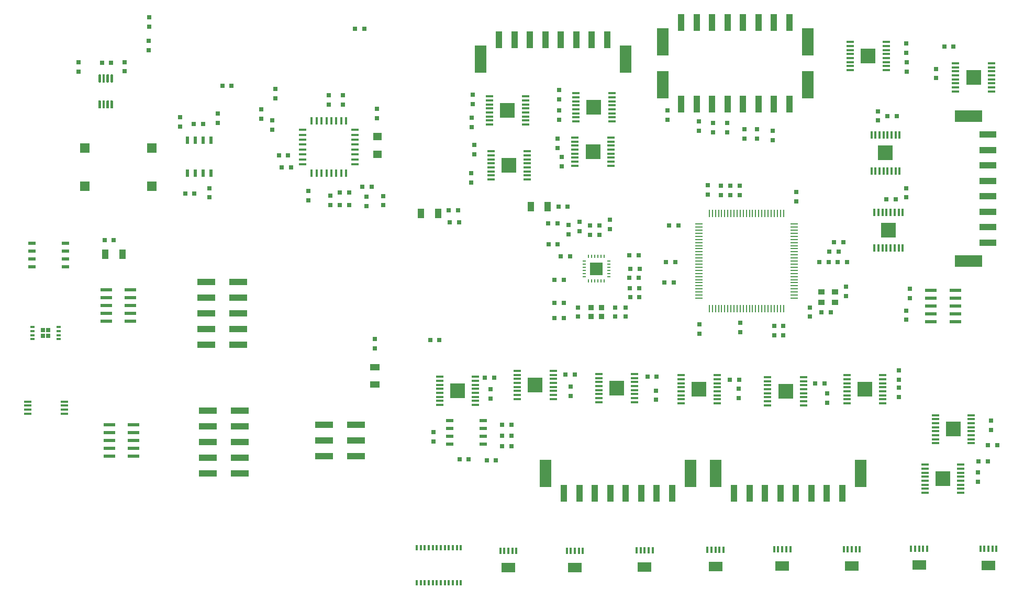
<source format=gtp>
G04 #@! TF.GenerationSoftware,KiCad,Pcbnew,5.1.5-52549c5~86~ubuntu18.04.1*
G04 #@! TF.CreationDate,2020-12-07T22:29:05-08:00*
G04 #@! TF.ProjectId,multiple_PCBs,6d756c74-6970-46c6-955f-504342732e6b,rev?*
G04 #@! TF.SameCoordinates,Original*
G04 #@! TF.FileFunction,Paste,Top*
G04 #@! TF.FilePolarity,Positive*
%FSLAX46Y46*%
G04 Gerber Fmt 4.6, Leading zero omitted, Abs format (unit mm)*
G04 Created by KiCad (PCBNEW 5.1.5-52549c5~86~ubuntu18.04.1) date 2020-12-07 22:29:05*
%MOMM*%
%LPD*%
G04 APERTURE LIST*
%ADD10R,1.240000X0.480000*%
%ADD11R,1.160000X0.360000*%
%ADD12R,0.660000X0.760000*%
%ADD13R,0.712000X0.336000*%
%ADD14R,1.920000X0.608000*%
%ADD15R,2.848000X1.016000*%
%ADD16R,1.000000X1.600000*%
%ADD17R,1.600000X1.000000*%
%ADD18R,0.719328X0.800608*%
%ADD19R,0.800608X0.719328*%
%ADD20C,0.050000*%
%ADD21R,0.800000X0.720000*%
%ADD22R,0.720000X0.800000*%
%ADD23R,0.480000X1.240000*%
%ADD24R,1.440688X1.278128*%
%ADD25R,1.599184X1.599184*%
%ADD26R,0.440000X1.280000*%
%ADD27R,1.280000X0.440000*%
%ADD28R,0.640000X0.800000*%
%ADD29R,1.200000X0.360000*%
%ADD30R,2.400000X2.400000*%
%ADD31R,0.360000X1.200000*%
%ADD32R,1.999488X1.999488*%
%ADD33O,0.640080X0.199136*%
%ADD34O,0.199136X0.640080*%
%ADD35R,1.120000X0.960000*%
%ADD36R,0.960000X0.880000*%
%ADD37R,1.200000X0.240000*%
%ADD38R,0.240000X1.200000*%
%ADD39R,1.120000X2.720000*%
%ADD40R,1.840000X4.480000*%
%ADD41R,2.720000X1.120000*%
%ADD42R,4.480000X1.840000*%
%ADD43R,0.320000X1.080000*%
%ADD44R,2.320000X1.520000*%
%ADD45R,0.320000X0.880000*%
G04 APERTURE END LIST*
D10*
X141700000Y-97895000D03*
X141700000Y-99165000D03*
X141700000Y-100435000D03*
X141700000Y-101705000D03*
X147100000Y-101705000D03*
X147100000Y-100435000D03*
X147100000Y-99165000D03*
X147100000Y-97895000D03*
D11*
X146968000Y-123485000D03*
X146968000Y-124135000D03*
X146968000Y-124785000D03*
X146968000Y-125435000D03*
X141068000Y-125435000D03*
X141068000Y-124785000D03*
X141068000Y-124135000D03*
X141068000Y-123485000D03*
D12*
X144320000Y-111930000D03*
X143480000Y-111930000D03*
X143480000Y-112870000D03*
X144320000Y-112870000D03*
D13*
X146005000Y-111425000D03*
X146005000Y-112075000D03*
X146005000Y-112725000D03*
X146005000Y-113375000D03*
X141795000Y-113375000D03*
X141795000Y-112725000D03*
X141795000Y-112075000D03*
X141795000Y-111425000D03*
D14*
X157652000Y-109220000D03*
X157652000Y-110490000D03*
X153752000Y-110490000D03*
X153752000Y-109220000D03*
X153752000Y-105410000D03*
X153752000Y-106680000D03*
X153752000Y-107950000D03*
X157652000Y-107950000D03*
X157652000Y-106680000D03*
X157652000Y-105410000D03*
X158160000Y-127254000D03*
X158160000Y-128524000D03*
X158160000Y-129794000D03*
X154260000Y-129794000D03*
X154260000Y-128524000D03*
X154260000Y-127254000D03*
X154260000Y-131064000D03*
X154260000Y-132334000D03*
X158160000Y-132334000D03*
X158160000Y-131064000D03*
D15*
X175325000Y-124968000D03*
X175325000Y-127508000D03*
X175325000Y-130048000D03*
X170115000Y-130048000D03*
X170115000Y-127508000D03*
X170115000Y-124968000D03*
X170115000Y-132608000D03*
X170115000Y-135148000D03*
X175325000Y-135148000D03*
X175325000Y-132608000D03*
X175071000Y-111780000D03*
X175071000Y-114320000D03*
X169861000Y-114320000D03*
X169861000Y-111780000D03*
X169861000Y-104140000D03*
X169861000Y-106680000D03*
X169861000Y-109220000D03*
X175071000Y-109220000D03*
X175071000Y-106680000D03*
X175071000Y-104140000D03*
X194121000Y-132354000D03*
X188911000Y-132354000D03*
X188911000Y-127254000D03*
X188911000Y-129794000D03*
X194121000Y-129794000D03*
X194121000Y-127254000D03*
D16*
X153581000Y-99648000D03*
X156331000Y-99648000D03*
D17*
X197196000Y-117963000D03*
X197196000Y-120713000D03*
D18*
X153444160Y-97338000D03*
X154947840Y-97338000D03*
D19*
X197196000Y-114841680D03*
X197196000Y-113338000D03*
D20*
G36*
X152774802Y-74758982D02*
G01*
X152784509Y-74760421D01*
X152794028Y-74762806D01*
X152803268Y-74766112D01*
X152812140Y-74770308D01*
X152820557Y-74775353D01*
X152828439Y-74781199D01*
X152835711Y-74787789D01*
X152842301Y-74795061D01*
X152848147Y-74802943D01*
X152853192Y-74811360D01*
X152857388Y-74820232D01*
X152860694Y-74829472D01*
X152863079Y-74838991D01*
X152864518Y-74848698D01*
X152865000Y-74858500D01*
X152865000Y-75958500D01*
X152864518Y-75968302D01*
X152863079Y-75978009D01*
X152860694Y-75987528D01*
X152857388Y-75996768D01*
X152853192Y-76005640D01*
X152848147Y-76014057D01*
X152842301Y-76021939D01*
X152835711Y-76029211D01*
X152828439Y-76035801D01*
X152820557Y-76041647D01*
X152812140Y-76046692D01*
X152803268Y-76050888D01*
X152794028Y-76054194D01*
X152784509Y-76056579D01*
X152774802Y-76058018D01*
X152765000Y-76058500D01*
X152565000Y-76058500D01*
X152555198Y-76058018D01*
X152545491Y-76056579D01*
X152535972Y-76054194D01*
X152526732Y-76050888D01*
X152517860Y-76046692D01*
X152509443Y-76041647D01*
X152501561Y-76035801D01*
X152494289Y-76029211D01*
X152487699Y-76021939D01*
X152481853Y-76014057D01*
X152476808Y-76005640D01*
X152472612Y-75996768D01*
X152469306Y-75987528D01*
X152466921Y-75978009D01*
X152465482Y-75968302D01*
X152465000Y-75958500D01*
X152465000Y-74858500D01*
X152465482Y-74848698D01*
X152466921Y-74838991D01*
X152469306Y-74829472D01*
X152472612Y-74820232D01*
X152476808Y-74811360D01*
X152481853Y-74802943D01*
X152487699Y-74795061D01*
X152494289Y-74787789D01*
X152501561Y-74781199D01*
X152509443Y-74775353D01*
X152517860Y-74770308D01*
X152526732Y-74766112D01*
X152535972Y-74762806D01*
X152545491Y-74760421D01*
X152555198Y-74758982D01*
X152565000Y-74758500D01*
X152765000Y-74758500D01*
X152774802Y-74758982D01*
G37*
G36*
X153424802Y-74758982D02*
G01*
X153434509Y-74760421D01*
X153444028Y-74762806D01*
X153453268Y-74766112D01*
X153462140Y-74770308D01*
X153470557Y-74775353D01*
X153478439Y-74781199D01*
X153485711Y-74787789D01*
X153492301Y-74795061D01*
X153498147Y-74802943D01*
X153503192Y-74811360D01*
X153507388Y-74820232D01*
X153510694Y-74829472D01*
X153513079Y-74838991D01*
X153514518Y-74848698D01*
X153515000Y-74858500D01*
X153515000Y-75958500D01*
X153514518Y-75968302D01*
X153513079Y-75978009D01*
X153510694Y-75987528D01*
X153507388Y-75996768D01*
X153503192Y-76005640D01*
X153498147Y-76014057D01*
X153492301Y-76021939D01*
X153485711Y-76029211D01*
X153478439Y-76035801D01*
X153470557Y-76041647D01*
X153462140Y-76046692D01*
X153453268Y-76050888D01*
X153444028Y-76054194D01*
X153434509Y-76056579D01*
X153424802Y-76058018D01*
X153415000Y-76058500D01*
X153215000Y-76058500D01*
X153205198Y-76058018D01*
X153195491Y-76056579D01*
X153185972Y-76054194D01*
X153176732Y-76050888D01*
X153167860Y-76046692D01*
X153159443Y-76041647D01*
X153151561Y-76035801D01*
X153144289Y-76029211D01*
X153137699Y-76021939D01*
X153131853Y-76014057D01*
X153126808Y-76005640D01*
X153122612Y-75996768D01*
X153119306Y-75987528D01*
X153116921Y-75978009D01*
X153115482Y-75968302D01*
X153115000Y-75958500D01*
X153115000Y-74858500D01*
X153115482Y-74848698D01*
X153116921Y-74838991D01*
X153119306Y-74829472D01*
X153122612Y-74820232D01*
X153126808Y-74811360D01*
X153131853Y-74802943D01*
X153137699Y-74795061D01*
X153144289Y-74787789D01*
X153151561Y-74781199D01*
X153159443Y-74775353D01*
X153167860Y-74770308D01*
X153176732Y-74766112D01*
X153185972Y-74762806D01*
X153195491Y-74760421D01*
X153205198Y-74758982D01*
X153215000Y-74758500D01*
X153415000Y-74758500D01*
X153424802Y-74758982D01*
G37*
G36*
X154074802Y-74758982D02*
G01*
X154084509Y-74760421D01*
X154094028Y-74762806D01*
X154103268Y-74766112D01*
X154112140Y-74770308D01*
X154120557Y-74775353D01*
X154128439Y-74781199D01*
X154135711Y-74787789D01*
X154142301Y-74795061D01*
X154148147Y-74802943D01*
X154153192Y-74811360D01*
X154157388Y-74820232D01*
X154160694Y-74829472D01*
X154163079Y-74838991D01*
X154164518Y-74848698D01*
X154165000Y-74858500D01*
X154165000Y-75958500D01*
X154164518Y-75968302D01*
X154163079Y-75978009D01*
X154160694Y-75987528D01*
X154157388Y-75996768D01*
X154153192Y-76005640D01*
X154148147Y-76014057D01*
X154142301Y-76021939D01*
X154135711Y-76029211D01*
X154128439Y-76035801D01*
X154120557Y-76041647D01*
X154112140Y-76046692D01*
X154103268Y-76050888D01*
X154094028Y-76054194D01*
X154084509Y-76056579D01*
X154074802Y-76058018D01*
X154065000Y-76058500D01*
X153865000Y-76058500D01*
X153855198Y-76058018D01*
X153845491Y-76056579D01*
X153835972Y-76054194D01*
X153826732Y-76050888D01*
X153817860Y-76046692D01*
X153809443Y-76041647D01*
X153801561Y-76035801D01*
X153794289Y-76029211D01*
X153787699Y-76021939D01*
X153781853Y-76014057D01*
X153776808Y-76005640D01*
X153772612Y-75996768D01*
X153769306Y-75987528D01*
X153766921Y-75978009D01*
X153765482Y-75968302D01*
X153765000Y-75958500D01*
X153765000Y-74858500D01*
X153765482Y-74848698D01*
X153766921Y-74838991D01*
X153769306Y-74829472D01*
X153772612Y-74820232D01*
X153776808Y-74811360D01*
X153781853Y-74802943D01*
X153787699Y-74795061D01*
X153794289Y-74787789D01*
X153801561Y-74781199D01*
X153809443Y-74775353D01*
X153817860Y-74770308D01*
X153826732Y-74766112D01*
X153835972Y-74762806D01*
X153845491Y-74760421D01*
X153855198Y-74758982D01*
X153865000Y-74758500D01*
X154065000Y-74758500D01*
X154074802Y-74758982D01*
G37*
G36*
X154724802Y-74758982D02*
G01*
X154734509Y-74760421D01*
X154744028Y-74762806D01*
X154753268Y-74766112D01*
X154762140Y-74770308D01*
X154770557Y-74775353D01*
X154778439Y-74781199D01*
X154785711Y-74787789D01*
X154792301Y-74795061D01*
X154798147Y-74802943D01*
X154803192Y-74811360D01*
X154807388Y-74820232D01*
X154810694Y-74829472D01*
X154813079Y-74838991D01*
X154814518Y-74848698D01*
X154815000Y-74858500D01*
X154815000Y-75958500D01*
X154814518Y-75968302D01*
X154813079Y-75978009D01*
X154810694Y-75987528D01*
X154807388Y-75996768D01*
X154803192Y-76005640D01*
X154798147Y-76014057D01*
X154792301Y-76021939D01*
X154785711Y-76029211D01*
X154778439Y-76035801D01*
X154770557Y-76041647D01*
X154762140Y-76046692D01*
X154753268Y-76050888D01*
X154744028Y-76054194D01*
X154734509Y-76056579D01*
X154724802Y-76058018D01*
X154715000Y-76058500D01*
X154515000Y-76058500D01*
X154505198Y-76058018D01*
X154495491Y-76056579D01*
X154485972Y-76054194D01*
X154476732Y-76050888D01*
X154467860Y-76046692D01*
X154459443Y-76041647D01*
X154451561Y-76035801D01*
X154444289Y-76029211D01*
X154437699Y-76021939D01*
X154431853Y-76014057D01*
X154426808Y-76005640D01*
X154422612Y-75996768D01*
X154419306Y-75987528D01*
X154416921Y-75978009D01*
X154415482Y-75968302D01*
X154415000Y-75958500D01*
X154415000Y-74858500D01*
X154415482Y-74848698D01*
X154416921Y-74838991D01*
X154419306Y-74829472D01*
X154422612Y-74820232D01*
X154426808Y-74811360D01*
X154431853Y-74802943D01*
X154437699Y-74795061D01*
X154444289Y-74787789D01*
X154451561Y-74781199D01*
X154459443Y-74775353D01*
X154467860Y-74770308D01*
X154476732Y-74766112D01*
X154485972Y-74762806D01*
X154495491Y-74760421D01*
X154505198Y-74758982D01*
X154515000Y-74758500D01*
X154715000Y-74758500D01*
X154724802Y-74758982D01*
G37*
G36*
X154724802Y-70533982D02*
G01*
X154734509Y-70535421D01*
X154744028Y-70537806D01*
X154753268Y-70541112D01*
X154762140Y-70545308D01*
X154770557Y-70550353D01*
X154778439Y-70556199D01*
X154785711Y-70562789D01*
X154792301Y-70570061D01*
X154798147Y-70577943D01*
X154803192Y-70586360D01*
X154807388Y-70595232D01*
X154810694Y-70604472D01*
X154813079Y-70613991D01*
X154814518Y-70623698D01*
X154815000Y-70633500D01*
X154815000Y-71733500D01*
X154814518Y-71743302D01*
X154813079Y-71753009D01*
X154810694Y-71762528D01*
X154807388Y-71771768D01*
X154803192Y-71780640D01*
X154798147Y-71789057D01*
X154792301Y-71796939D01*
X154785711Y-71804211D01*
X154778439Y-71810801D01*
X154770557Y-71816647D01*
X154762140Y-71821692D01*
X154753268Y-71825888D01*
X154744028Y-71829194D01*
X154734509Y-71831579D01*
X154724802Y-71833018D01*
X154715000Y-71833500D01*
X154515000Y-71833500D01*
X154505198Y-71833018D01*
X154495491Y-71831579D01*
X154485972Y-71829194D01*
X154476732Y-71825888D01*
X154467860Y-71821692D01*
X154459443Y-71816647D01*
X154451561Y-71810801D01*
X154444289Y-71804211D01*
X154437699Y-71796939D01*
X154431853Y-71789057D01*
X154426808Y-71780640D01*
X154422612Y-71771768D01*
X154419306Y-71762528D01*
X154416921Y-71753009D01*
X154415482Y-71743302D01*
X154415000Y-71733500D01*
X154415000Y-70633500D01*
X154415482Y-70623698D01*
X154416921Y-70613991D01*
X154419306Y-70604472D01*
X154422612Y-70595232D01*
X154426808Y-70586360D01*
X154431853Y-70577943D01*
X154437699Y-70570061D01*
X154444289Y-70562789D01*
X154451561Y-70556199D01*
X154459443Y-70550353D01*
X154467860Y-70545308D01*
X154476732Y-70541112D01*
X154485972Y-70537806D01*
X154495491Y-70535421D01*
X154505198Y-70533982D01*
X154515000Y-70533500D01*
X154715000Y-70533500D01*
X154724802Y-70533982D01*
G37*
G36*
X154074802Y-70533982D02*
G01*
X154084509Y-70535421D01*
X154094028Y-70537806D01*
X154103268Y-70541112D01*
X154112140Y-70545308D01*
X154120557Y-70550353D01*
X154128439Y-70556199D01*
X154135711Y-70562789D01*
X154142301Y-70570061D01*
X154148147Y-70577943D01*
X154153192Y-70586360D01*
X154157388Y-70595232D01*
X154160694Y-70604472D01*
X154163079Y-70613991D01*
X154164518Y-70623698D01*
X154165000Y-70633500D01*
X154165000Y-71733500D01*
X154164518Y-71743302D01*
X154163079Y-71753009D01*
X154160694Y-71762528D01*
X154157388Y-71771768D01*
X154153192Y-71780640D01*
X154148147Y-71789057D01*
X154142301Y-71796939D01*
X154135711Y-71804211D01*
X154128439Y-71810801D01*
X154120557Y-71816647D01*
X154112140Y-71821692D01*
X154103268Y-71825888D01*
X154094028Y-71829194D01*
X154084509Y-71831579D01*
X154074802Y-71833018D01*
X154065000Y-71833500D01*
X153865000Y-71833500D01*
X153855198Y-71833018D01*
X153845491Y-71831579D01*
X153835972Y-71829194D01*
X153826732Y-71825888D01*
X153817860Y-71821692D01*
X153809443Y-71816647D01*
X153801561Y-71810801D01*
X153794289Y-71804211D01*
X153787699Y-71796939D01*
X153781853Y-71789057D01*
X153776808Y-71780640D01*
X153772612Y-71771768D01*
X153769306Y-71762528D01*
X153766921Y-71753009D01*
X153765482Y-71743302D01*
X153765000Y-71733500D01*
X153765000Y-70633500D01*
X153765482Y-70623698D01*
X153766921Y-70613991D01*
X153769306Y-70604472D01*
X153772612Y-70595232D01*
X153776808Y-70586360D01*
X153781853Y-70577943D01*
X153787699Y-70570061D01*
X153794289Y-70562789D01*
X153801561Y-70556199D01*
X153809443Y-70550353D01*
X153817860Y-70545308D01*
X153826732Y-70541112D01*
X153835972Y-70537806D01*
X153845491Y-70535421D01*
X153855198Y-70533982D01*
X153865000Y-70533500D01*
X154065000Y-70533500D01*
X154074802Y-70533982D01*
G37*
G36*
X153424802Y-70533982D02*
G01*
X153434509Y-70535421D01*
X153444028Y-70537806D01*
X153453268Y-70541112D01*
X153462140Y-70545308D01*
X153470557Y-70550353D01*
X153478439Y-70556199D01*
X153485711Y-70562789D01*
X153492301Y-70570061D01*
X153498147Y-70577943D01*
X153503192Y-70586360D01*
X153507388Y-70595232D01*
X153510694Y-70604472D01*
X153513079Y-70613991D01*
X153514518Y-70623698D01*
X153515000Y-70633500D01*
X153515000Y-71733500D01*
X153514518Y-71743302D01*
X153513079Y-71753009D01*
X153510694Y-71762528D01*
X153507388Y-71771768D01*
X153503192Y-71780640D01*
X153498147Y-71789057D01*
X153492301Y-71796939D01*
X153485711Y-71804211D01*
X153478439Y-71810801D01*
X153470557Y-71816647D01*
X153462140Y-71821692D01*
X153453268Y-71825888D01*
X153444028Y-71829194D01*
X153434509Y-71831579D01*
X153424802Y-71833018D01*
X153415000Y-71833500D01*
X153215000Y-71833500D01*
X153205198Y-71833018D01*
X153195491Y-71831579D01*
X153185972Y-71829194D01*
X153176732Y-71825888D01*
X153167860Y-71821692D01*
X153159443Y-71816647D01*
X153151561Y-71810801D01*
X153144289Y-71804211D01*
X153137699Y-71796939D01*
X153131853Y-71789057D01*
X153126808Y-71780640D01*
X153122612Y-71771768D01*
X153119306Y-71762528D01*
X153116921Y-71753009D01*
X153115482Y-71743302D01*
X153115000Y-71733500D01*
X153115000Y-70633500D01*
X153115482Y-70623698D01*
X153116921Y-70613991D01*
X153119306Y-70604472D01*
X153122612Y-70595232D01*
X153126808Y-70586360D01*
X153131853Y-70577943D01*
X153137699Y-70570061D01*
X153144289Y-70562789D01*
X153151561Y-70556199D01*
X153159443Y-70550353D01*
X153167860Y-70545308D01*
X153176732Y-70541112D01*
X153185972Y-70537806D01*
X153195491Y-70535421D01*
X153205198Y-70533982D01*
X153215000Y-70533500D01*
X153415000Y-70533500D01*
X153424802Y-70533982D01*
G37*
G36*
X152774802Y-70533982D02*
G01*
X152784509Y-70535421D01*
X152794028Y-70537806D01*
X152803268Y-70541112D01*
X152812140Y-70545308D01*
X152820557Y-70550353D01*
X152828439Y-70556199D01*
X152835711Y-70562789D01*
X152842301Y-70570061D01*
X152848147Y-70577943D01*
X152853192Y-70586360D01*
X152857388Y-70595232D01*
X152860694Y-70604472D01*
X152863079Y-70613991D01*
X152864518Y-70623698D01*
X152865000Y-70633500D01*
X152865000Y-71733500D01*
X152864518Y-71743302D01*
X152863079Y-71753009D01*
X152860694Y-71762528D01*
X152857388Y-71771768D01*
X152853192Y-71780640D01*
X152848147Y-71789057D01*
X152842301Y-71796939D01*
X152835711Y-71804211D01*
X152828439Y-71810801D01*
X152820557Y-71816647D01*
X152812140Y-71821692D01*
X152803268Y-71825888D01*
X152794028Y-71829194D01*
X152784509Y-71831579D01*
X152774802Y-71833018D01*
X152765000Y-71833500D01*
X152565000Y-71833500D01*
X152555198Y-71833018D01*
X152545491Y-71831579D01*
X152535972Y-71829194D01*
X152526732Y-71825888D01*
X152517860Y-71821692D01*
X152509443Y-71816647D01*
X152501561Y-71810801D01*
X152494289Y-71804211D01*
X152487699Y-71796939D01*
X152481853Y-71789057D01*
X152476808Y-71780640D01*
X152472612Y-71771768D01*
X152469306Y-71762528D01*
X152466921Y-71753009D01*
X152465482Y-71743302D01*
X152465000Y-71733500D01*
X152465000Y-70633500D01*
X152465482Y-70623698D01*
X152466921Y-70613991D01*
X152469306Y-70604472D01*
X152472612Y-70595232D01*
X152476808Y-70586360D01*
X152481853Y-70577943D01*
X152487699Y-70570061D01*
X152494289Y-70562789D01*
X152501561Y-70556199D01*
X152509443Y-70550353D01*
X152517860Y-70545308D01*
X152526732Y-70541112D01*
X152535972Y-70537806D01*
X152545491Y-70535421D01*
X152555198Y-70533982D01*
X152565000Y-70533500D01*
X152765000Y-70533500D01*
X152774802Y-70533982D01*
G37*
D21*
X165690000Y-78957840D03*
D19*
X165690000Y-77454160D03*
X180594000Y-77978000D03*
D21*
X180594000Y-79481680D03*
D22*
X154531840Y-68686000D03*
D18*
X153028160Y-68686000D03*
D19*
X160680000Y-62806000D03*
D21*
X160680000Y-61302320D03*
X160550000Y-66637840D03*
D19*
X160550000Y-65134160D03*
X156690000Y-68542320D03*
X156690000Y-70046000D03*
X149240000Y-70106000D03*
X149240000Y-68602320D03*
X170420000Y-88934160D03*
X170420000Y-90437840D03*
D18*
X167991840Y-89856000D03*
X166488160Y-89856000D03*
D19*
X171740000Y-76854160D03*
X171740000Y-78357840D03*
D18*
X167913160Y-78581000D03*
X169416840Y-78581000D03*
X173990000Y-72356000D03*
X172486320Y-72356000D03*
D19*
X178816000Y-76210160D03*
X178816000Y-77713840D03*
D23*
X166835000Y-86556000D03*
X168105000Y-86556000D03*
X169375000Y-86556000D03*
X170645000Y-86556000D03*
X170645000Y-81156000D03*
X169375000Y-81156000D03*
X168105000Y-81156000D03*
X166835000Y-81156000D03*
D19*
X186436000Y-89418160D03*
D21*
X186436000Y-90921840D03*
X189992000Y-90170000D03*
D19*
X189992000Y-91673680D03*
X192024000Y-73924160D03*
D21*
X192024000Y-75427840D03*
X189738000Y-75427840D03*
D19*
X189738000Y-73924160D03*
D21*
X198490000Y-91707840D03*
D19*
X198490000Y-90204160D03*
D18*
X195138160Y-88756000D03*
D22*
X196641840Y-88756000D03*
D24*
X197612000Y-83461860D03*
X197612000Y-80622140D03*
D25*
X150291800Y-88590120D03*
X150291800Y-82489040D03*
X161117280Y-88590120D03*
X161117280Y-82489040D03*
D18*
X193938160Y-63156000D03*
X195441840Y-63156000D03*
D19*
X195790000Y-91807840D03*
X195790000Y-90304160D03*
D18*
X183143680Y-83631000D03*
X181640000Y-83631000D03*
X182088160Y-85581000D03*
X183591840Y-85581000D03*
D19*
X197490000Y-77607840D03*
X197490000Y-76104160D03*
D26*
X186938000Y-86546000D03*
X187738000Y-86546000D03*
X188538000Y-86546000D03*
X189338000Y-86546000D03*
X190138000Y-86546000D03*
X190938000Y-86546000D03*
X191738000Y-86546000D03*
X192538000Y-86546000D03*
D27*
X193988000Y-85096000D03*
X193988000Y-84296000D03*
X193988000Y-83496000D03*
X193988000Y-82696000D03*
X193988000Y-81896000D03*
X193988000Y-81096000D03*
X193988000Y-80296000D03*
X193988000Y-79496000D03*
D26*
X192538000Y-78046000D03*
X191738000Y-78046000D03*
X190938000Y-78046000D03*
X190138000Y-78046000D03*
X189338000Y-78046000D03*
X188538000Y-78046000D03*
X187738000Y-78046000D03*
X186938000Y-78046000D03*
D27*
X185488000Y-79496000D03*
X185488000Y-80296000D03*
X185488000Y-81096000D03*
X185488000Y-81896000D03*
X185488000Y-82696000D03*
X185488000Y-83496000D03*
X185488000Y-84296000D03*
X185488000Y-85096000D03*
D28*
X191528000Y-89678000D03*
X191528000Y-91678000D03*
X193028000Y-89678000D03*
X193028000Y-91678000D03*
D19*
X181102000Y-74411840D03*
D21*
X181102000Y-72908160D03*
D29*
X235486000Y-77475000D03*
X235486000Y-78125000D03*
X235486000Y-76825000D03*
X235486000Y-76175000D03*
X235486000Y-73575000D03*
X235486000Y-74225000D03*
X235486000Y-75525000D03*
X235486000Y-74875000D03*
X229686000Y-74875000D03*
X229686000Y-75525000D03*
X229686000Y-74225000D03*
X229686000Y-73575000D03*
X229686000Y-76175000D03*
X229686000Y-76825000D03*
X229686000Y-78125000D03*
X229686000Y-77475000D03*
D30*
X232586000Y-75850000D03*
D29*
X221770000Y-86873000D03*
X221770000Y-87523000D03*
X221770000Y-86223000D03*
X221770000Y-85573000D03*
X221770000Y-82973000D03*
X221770000Y-83623000D03*
X221770000Y-84923000D03*
X221770000Y-84273000D03*
X215970000Y-84273000D03*
X215970000Y-84923000D03*
X215970000Y-83623000D03*
X215970000Y-82973000D03*
X215970000Y-85573000D03*
X215970000Y-86223000D03*
X215970000Y-87523000D03*
X215970000Y-86873000D03*
D30*
X218870000Y-85248000D03*
D29*
X235338000Y-84658000D03*
X235338000Y-85308000D03*
X235338000Y-84008000D03*
X235338000Y-83358000D03*
X235338000Y-80758000D03*
X235338000Y-81408000D03*
X235338000Y-82708000D03*
X235338000Y-82058000D03*
X229538000Y-82058000D03*
X229538000Y-82708000D03*
X229538000Y-81408000D03*
X229538000Y-80758000D03*
X229538000Y-83358000D03*
X229538000Y-84008000D03*
X229538000Y-85308000D03*
X229538000Y-84658000D03*
D30*
X232438000Y-83033000D03*
D29*
X221516000Y-77983000D03*
X221516000Y-78633000D03*
X221516000Y-77333000D03*
X221516000Y-76683000D03*
X221516000Y-74083000D03*
X221516000Y-74733000D03*
X221516000Y-76033000D03*
X221516000Y-75383000D03*
X215716000Y-75383000D03*
X215716000Y-76033000D03*
X215716000Y-74733000D03*
X215716000Y-74083000D03*
X215716000Y-76683000D03*
X215716000Y-77333000D03*
X215716000Y-78633000D03*
X215716000Y-77983000D03*
D30*
X218616000Y-76358000D03*
D31*
X278625000Y-98650000D03*
X277975000Y-98650000D03*
X279275000Y-98650000D03*
X279925000Y-98650000D03*
X282525000Y-98650000D03*
X281875000Y-98650000D03*
X280575000Y-98650000D03*
X281225000Y-98650000D03*
X281225000Y-92850000D03*
X280575000Y-92850000D03*
X281875000Y-92850000D03*
X282525000Y-92850000D03*
X279925000Y-92850000D03*
X279275000Y-92850000D03*
X277975000Y-92850000D03*
X278625000Y-92850000D03*
D30*
X280250000Y-95750000D03*
D31*
X278125000Y-86150000D03*
X277475000Y-86150000D03*
X278775000Y-86150000D03*
X279425000Y-86150000D03*
X282025000Y-86150000D03*
X281375000Y-86150000D03*
X280075000Y-86150000D03*
X280725000Y-86150000D03*
X280725000Y-80350000D03*
X280075000Y-80350000D03*
X281375000Y-80350000D03*
X282025000Y-80350000D03*
X279425000Y-80350000D03*
X278775000Y-80350000D03*
X277475000Y-80350000D03*
X278125000Y-80350000D03*
D30*
X279750000Y-83250000D03*
D29*
X296900000Y-72625000D03*
X296900000Y-73275000D03*
X296900000Y-71975000D03*
X296900000Y-71325000D03*
X296900000Y-68725000D03*
X296900000Y-69375000D03*
X296900000Y-70675000D03*
X296900000Y-70025000D03*
X291100000Y-70025000D03*
X291100000Y-70675000D03*
X291100000Y-69375000D03*
X291100000Y-68725000D03*
X291100000Y-71325000D03*
X291100000Y-71975000D03*
X291100000Y-73275000D03*
X291100000Y-72625000D03*
D30*
X294000000Y-71000000D03*
D29*
X274050000Y-65945000D03*
X274050000Y-65295000D03*
X274050000Y-66595000D03*
X274050000Y-67245000D03*
X274050000Y-69845000D03*
X274050000Y-69195000D03*
X274050000Y-67895000D03*
X274050000Y-68545000D03*
X279850000Y-68545000D03*
X279850000Y-67895000D03*
X279850000Y-69195000D03*
X279850000Y-69845000D03*
X279850000Y-67245000D03*
X279850000Y-66595000D03*
X279850000Y-65295000D03*
X279850000Y-65945000D03*
D30*
X276950000Y-67570000D03*
D29*
X260700000Y-120175000D03*
X260700000Y-119525000D03*
X260700000Y-120825000D03*
X260700000Y-121475000D03*
X260700000Y-124075000D03*
X260700000Y-123425000D03*
X260700000Y-122125000D03*
X260700000Y-122775000D03*
X266500000Y-122775000D03*
X266500000Y-122125000D03*
X266500000Y-123425000D03*
X266500000Y-124075000D03*
X266500000Y-121475000D03*
X266500000Y-120825000D03*
X266500000Y-119525000D03*
X266500000Y-120175000D03*
D30*
X263600000Y-121800000D03*
D29*
X273500000Y-119875000D03*
X273500000Y-119225000D03*
X273500000Y-120525000D03*
X273500000Y-121175000D03*
X273500000Y-123775000D03*
X273500000Y-123125000D03*
X273500000Y-121825000D03*
X273500000Y-122475000D03*
X279300000Y-122475000D03*
X279300000Y-121825000D03*
X279300000Y-123125000D03*
X279300000Y-123775000D03*
X279300000Y-121175000D03*
X279300000Y-120525000D03*
X279300000Y-119225000D03*
X279300000Y-119875000D03*
D30*
X276400000Y-121500000D03*
D29*
X286125000Y-134350000D03*
X286125000Y-133700000D03*
X286125000Y-135000000D03*
X286125000Y-135650000D03*
X286125000Y-138250000D03*
X286125000Y-137600000D03*
X286125000Y-136300000D03*
X286125000Y-136950000D03*
X291925000Y-136950000D03*
X291925000Y-136300000D03*
X291925000Y-137600000D03*
X291925000Y-138250000D03*
X291925000Y-135650000D03*
X291925000Y-135000000D03*
X291925000Y-133700000D03*
X291925000Y-134350000D03*
D30*
X289025000Y-135975000D03*
D29*
X287810000Y-126335000D03*
X287810000Y-125685000D03*
X287810000Y-126985000D03*
X287810000Y-127635000D03*
X287810000Y-130235000D03*
X287810000Y-129585000D03*
X287810000Y-128285000D03*
X287810000Y-128935000D03*
X293610000Y-128935000D03*
X293610000Y-128285000D03*
X293610000Y-129585000D03*
X293610000Y-130235000D03*
X293610000Y-127635000D03*
X293610000Y-126985000D03*
X293610000Y-125685000D03*
X293610000Y-126335000D03*
D30*
X290710000Y-127960000D03*
D29*
X220200000Y-119175000D03*
X220200000Y-118525000D03*
X220200000Y-119825000D03*
X220200000Y-120475000D03*
X220200000Y-123075000D03*
X220200000Y-122425000D03*
X220200000Y-121125000D03*
X220200000Y-121775000D03*
X226000000Y-121775000D03*
X226000000Y-121125000D03*
X226000000Y-122425000D03*
X226000000Y-123075000D03*
X226000000Y-120475000D03*
X226000000Y-119825000D03*
X226000000Y-118525000D03*
X226000000Y-119175000D03*
D30*
X223100000Y-120800000D03*
D29*
X233400000Y-119675000D03*
X233400000Y-119025000D03*
X233400000Y-120325000D03*
X233400000Y-120975000D03*
X233400000Y-123575000D03*
X233400000Y-122925000D03*
X233400000Y-121625000D03*
X233400000Y-122275000D03*
X239200000Y-122275000D03*
X239200000Y-121625000D03*
X239200000Y-122925000D03*
X239200000Y-123575000D03*
X239200000Y-120975000D03*
X239200000Y-120325000D03*
X239200000Y-119025000D03*
X239200000Y-119675000D03*
D30*
X236300000Y-121300000D03*
D29*
X246700000Y-119875000D03*
X246700000Y-119225000D03*
X246700000Y-120525000D03*
X246700000Y-121175000D03*
X246700000Y-123775000D03*
X246700000Y-123125000D03*
X246700000Y-121825000D03*
X246700000Y-122475000D03*
X252500000Y-122475000D03*
X252500000Y-121825000D03*
X252500000Y-123125000D03*
X252500000Y-123775000D03*
X252500000Y-121175000D03*
X252500000Y-120525000D03*
X252500000Y-119225000D03*
X252500000Y-119875000D03*
D30*
X249600000Y-121500000D03*
D29*
X207630000Y-120135000D03*
X207630000Y-119485000D03*
X207630000Y-120785000D03*
X207630000Y-121435000D03*
X207630000Y-124035000D03*
X207630000Y-123385000D03*
X207630000Y-122085000D03*
X207630000Y-122735000D03*
X213430000Y-122735000D03*
X213430000Y-122085000D03*
X213430000Y-123385000D03*
X213430000Y-124035000D03*
X213430000Y-121435000D03*
X213430000Y-120785000D03*
X213430000Y-119485000D03*
X213430000Y-120135000D03*
D30*
X210530000Y-121760000D03*
D18*
X272151840Y-99200000D03*
X270648160Y-99200000D03*
D19*
X256208000Y-90063840D03*
X256208000Y-88560160D03*
X228522000Y-96413840D03*
X228522000Y-94910160D03*
X261800000Y-112751840D03*
X261800000Y-111248160D03*
X263200000Y-112751840D03*
X263200000Y-111248160D03*
D18*
X219251840Y-130750000D03*
X217748160Y-130750000D03*
D19*
X283100000Y-110251840D03*
X283100000Y-108748160D03*
D18*
X219251840Y-127250000D03*
X217748160Y-127250000D03*
X219251840Y-129000000D03*
X217748160Y-129000000D03*
X239801840Y-99850000D03*
X238298160Y-99850000D03*
X239951840Y-106570000D03*
X238448160Y-106570000D03*
X240001840Y-102000000D03*
X238498160Y-102000000D03*
D19*
X237750000Y-109751840D03*
X237750000Y-108248160D03*
X231950000Y-96501840D03*
X231950000Y-94998160D03*
D18*
X245501840Y-104250000D03*
X243998160Y-104250000D03*
D19*
X233500000Y-96501840D03*
X233500000Y-94998160D03*
D18*
X206118160Y-113560000D03*
X207621840Y-113560000D03*
X210811840Y-94440000D03*
X209308160Y-94440000D03*
X210641840Y-92550000D03*
X209138160Y-92550000D03*
X216751840Y-133000000D03*
X215248160Y-133000000D03*
X228351840Y-91900000D03*
X226848160Y-91900000D03*
D32*
X233000000Y-102000000D03*
D33*
X231001020Y-100750320D03*
X231001020Y-101250700D03*
X231001020Y-101751080D03*
X231001020Y-102248920D03*
X231001020Y-102749300D03*
X231001020Y-103249680D03*
D34*
X231750320Y-103998980D03*
X232250700Y-103998980D03*
X232751080Y-103998980D03*
X233248920Y-103998980D03*
X233749300Y-103998980D03*
X234249680Y-103998980D03*
D33*
X234998980Y-103249680D03*
X234998980Y-102749300D03*
X234998980Y-102248920D03*
X234998980Y-101751080D03*
X234998980Y-101250700D03*
X234998980Y-100750320D03*
D34*
X234249680Y-100001020D03*
X233749300Y-100001020D03*
X233248920Y-100001020D03*
X232751080Y-100001020D03*
X232250700Y-100001020D03*
X231750320Y-100001020D03*
D35*
X271550000Y-105725000D03*
X269350000Y-105725000D03*
X271550000Y-107425000D03*
X269350000Y-107425000D03*
D36*
X232150000Y-109700000D03*
X233850000Y-109700000D03*
X232150000Y-108300000D03*
X233850000Y-108300000D03*
D18*
X226248160Y-110000000D03*
X227751840Y-110000000D03*
X244248160Y-100900000D03*
D22*
X245751840Y-100900000D03*
D18*
X244748160Y-95000000D03*
D22*
X246251840Y-95000000D03*
D18*
X273551840Y-100900000D03*
D22*
X272048160Y-100900000D03*
D19*
X249650000Y-110998160D03*
D21*
X249650000Y-112501840D03*
D18*
X269048160Y-100900000D03*
D22*
X270551840Y-100900000D03*
D18*
X272951840Y-97700000D03*
D22*
X271448160Y-97700000D03*
D19*
X256250000Y-110748160D03*
D21*
X256250000Y-112251840D03*
D19*
X253160000Y-88560160D03*
D21*
X253160000Y-90063840D03*
D19*
X267500000Y-109751840D03*
D21*
X267500000Y-108248160D03*
D19*
X254684000Y-88560160D03*
D21*
X254684000Y-90063840D03*
D19*
X273350000Y-106426840D03*
D21*
X273350000Y-104923160D03*
D18*
X270901840Y-109025000D03*
D22*
X269398160Y-109025000D03*
D19*
X215900000Y-123001840D03*
D21*
X215900000Y-121498160D03*
D18*
X214948160Y-119650000D03*
D22*
X216451840Y-119650000D03*
D19*
X226998000Y-73066160D03*
D21*
X226998000Y-74569840D03*
D19*
X226740000Y-80958160D03*
D21*
X226740000Y-82461840D03*
D19*
X226998000Y-76348160D03*
D21*
X226998000Y-77851840D03*
D19*
X227350000Y-83898160D03*
D21*
X227350000Y-85401840D03*
D19*
X212820000Y-77548160D03*
D21*
X212820000Y-79051840D03*
D19*
X212774000Y-86528160D03*
D21*
X212774000Y-88031840D03*
D19*
X213028000Y-75331840D03*
D21*
X213028000Y-73828160D03*
D19*
X213282000Y-83459840D03*
D21*
X213282000Y-81956160D03*
D18*
X281371840Y-90720000D03*
D22*
X279868160Y-90720000D03*
D18*
X281551840Y-77300000D03*
D22*
X280048160Y-77300000D03*
D19*
X283100000Y-88948160D03*
D21*
X283100000Y-90451840D03*
D19*
X278500000Y-78001840D03*
D21*
X278500000Y-76498160D03*
D19*
X287900000Y-69638160D03*
D21*
X287900000Y-71141840D03*
D19*
X283150000Y-70111840D03*
D21*
X283150000Y-68608160D03*
D18*
X289248160Y-66000000D03*
D22*
X290751840Y-66000000D03*
D19*
X283130000Y-65558160D03*
D21*
X283130000Y-67061840D03*
D19*
X270300000Y-123701840D03*
D21*
X270300000Y-122198160D03*
D19*
X281900000Y-122751840D03*
D21*
X281900000Y-121248160D03*
D18*
X268398160Y-120550000D03*
D22*
X269901840Y-120550000D03*
D19*
X281900000Y-118448160D03*
D21*
X281900000Y-119951840D03*
D19*
X294660000Y-136461840D03*
D21*
X294660000Y-134958160D03*
D19*
X296830000Y-128071840D03*
D21*
X296830000Y-126568160D03*
D18*
X294818160Y-133160000D03*
D22*
X296321840Y-133160000D03*
D18*
X297851840Y-130510000D03*
D22*
X296348160Y-130510000D03*
D19*
X228800000Y-122601840D03*
D21*
X228800000Y-121098160D03*
D19*
X242600000Y-123201840D03*
D21*
X242600000Y-121698160D03*
D19*
X256050000Y-122901840D03*
D21*
X256050000Y-121398160D03*
D18*
X227998160Y-119150000D03*
D22*
X229501840Y-119150000D03*
D18*
X241248160Y-119450000D03*
D22*
X242751840Y-119450000D03*
D18*
X254548160Y-120000000D03*
D22*
X256051840Y-120000000D03*
D19*
X230300000Y-94402160D03*
D21*
X230300000Y-95905840D03*
D18*
X226733840Y-94646000D03*
D22*
X225230160Y-94646000D03*
D18*
X239921840Y-105160000D03*
D22*
X238418160Y-105160000D03*
D18*
X227248160Y-100000000D03*
D22*
X228751840Y-100000000D03*
D19*
X230000000Y-108248160D03*
D21*
X230000000Y-109751840D03*
D18*
X226751840Y-98000000D03*
D22*
X225248160Y-98000000D03*
D18*
X239851840Y-103425000D03*
D22*
X238348160Y-103425000D03*
D19*
X236000000Y-109751840D03*
D21*
X236000000Y-108248160D03*
D19*
X235190000Y-94088160D03*
D21*
X235190000Y-95591840D03*
D18*
X227751840Y-103800000D03*
D22*
X226248160Y-103800000D03*
D18*
X226248160Y-107500000D03*
D22*
X227751840Y-107500000D03*
D18*
X212351840Y-132800000D03*
X210848160Y-132800000D03*
D19*
X206650000Y-129951840D03*
X206650000Y-128448160D03*
X265352000Y-89576160D03*
X265352000Y-91079840D03*
X261542000Y-81173840D03*
X261542000Y-79670160D03*
X259002000Y-80919840D03*
X259002000Y-79416160D03*
X256970000Y-80919840D03*
X256970000Y-79416160D03*
X254176000Y-79903840D03*
X254176000Y-78400160D03*
X283670000Y-105248160D03*
X283670000Y-106751840D03*
D37*
X264950000Y-98750000D03*
X264950000Y-98250000D03*
X264950000Y-97750000D03*
X264950000Y-96750000D03*
X264950000Y-97250000D03*
X264950000Y-95250000D03*
X264950000Y-94750000D03*
X264950000Y-95750000D03*
X264950000Y-96250000D03*
D38*
X251750000Y-108450000D03*
X251250000Y-108450000D03*
X254750000Y-108450000D03*
X254250000Y-108450000D03*
X255250000Y-108450000D03*
X253250000Y-108450000D03*
X253750000Y-108450000D03*
X252250000Y-108450000D03*
X252750000Y-108450000D03*
D37*
X249550000Y-103250000D03*
X249550000Y-103750000D03*
X249550000Y-102750000D03*
X249550000Y-104250000D03*
X249550000Y-104750000D03*
X249550000Y-106750000D03*
X249550000Y-106250000D03*
X249550000Y-105750000D03*
X249550000Y-105250000D03*
D38*
X253250000Y-93050000D03*
X254750000Y-93050000D03*
X255250000Y-93050000D03*
X254250000Y-93050000D03*
X253750000Y-93050000D03*
X251750000Y-93050000D03*
X252250000Y-93050000D03*
X252750000Y-93050000D03*
X251250000Y-93050000D03*
D37*
X264950000Y-100750000D03*
X264950000Y-100250000D03*
X264950000Y-99250000D03*
X264950000Y-99750000D03*
D38*
X256250000Y-108450000D03*
X255750000Y-108450000D03*
X257250000Y-108450000D03*
X256750000Y-108450000D03*
D37*
X249550000Y-100750000D03*
X249550000Y-101250000D03*
X249550000Y-101750000D03*
X249550000Y-102250000D03*
D38*
X255750000Y-93050000D03*
X257250000Y-93050000D03*
X256750000Y-93050000D03*
X256250000Y-93050000D03*
D37*
X264950000Y-101750000D03*
X264950000Y-101250000D03*
X264950000Y-102250000D03*
X264950000Y-102750000D03*
D38*
X260250000Y-108450000D03*
X260750000Y-108450000D03*
X261750000Y-108450000D03*
X261250000Y-108450000D03*
X258750000Y-108450000D03*
X259750000Y-108450000D03*
X259250000Y-108450000D03*
X257750000Y-108450000D03*
X258250000Y-108450000D03*
D37*
X249550000Y-100250000D03*
X249550000Y-99750000D03*
D38*
X258250000Y-93050000D03*
X258750000Y-93050000D03*
X259750000Y-93050000D03*
X259250000Y-93050000D03*
X260750000Y-93050000D03*
X261250000Y-93050000D03*
X260250000Y-93050000D03*
X262750000Y-93050000D03*
X263250000Y-93050000D03*
X262250000Y-93050000D03*
X261750000Y-93050000D03*
D37*
X264950000Y-103250000D03*
X264950000Y-103750000D03*
X264950000Y-104750000D03*
X264950000Y-104250000D03*
X264950000Y-105750000D03*
X264950000Y-106250000D03*
X264950000Y-105250000D03*
D38*
X262750000Y-108450000D03*
X262250000Y-108450000D03*
X263250000Y-108450000D03*
D37*
X264950000Y-106750000D03*
X249550000Y-97750000D03*
X249550000Y-98250000D03*
X249550000Y-99250000D03*
X249550000Y-98750000D03*
X249550000Y-96250000D03*
X249550000Y-97250000D03*
X249550000Y-96750000D03*
X249550000Y-95250000D03*
X249550000Y-95750000D03*
X249550000Y-94750000D03*
D38*
X257750000Y-93050000D03*
D10*
X214700000Y-130405000D03*
X214700000Y-129135000D03*
X214700000Y-127865000D03*
X214700000Y-126595000D03*
X209300000Y-126595000D03*
X209300000Y-127865000D03*
X209300000Y-129135000D03*
X209300000Y-130405000D03*
D19*
X251000000Y-88498160D03*
D21*
X251000000Y-90001840D03*
D16*
X204625000Y-93000000D03*
X207375000Y-93000000D03*
X222375000Y-91950000D03*
X225125000Y-91950000D03*
D39*
X234732000Y-64922000D03*
X232232000Y-64922000D03*
X229732000Y-64922000D03*
X217232000Y-64922000D03*
X222232000Y-64922000D03*
X219732000Y-64922000D03*
D40*
X237682000Y-68072000D03*
D39*
X224732000Y-64922000D03*
X227232000Y-64922000D03*
D40*
X214282000Y-68072000D03*
D39*
X227750000Y-138300000D03*
X230250000Y-138300000D03*
X232750000Y-138300000D03*
X245250000Y-138300000D03*
X240250000Y-138300000D03*
X242750000Y-138300000D03*
D40*
X224800000Y-135150000D03*
D39*
X237750000Y-138300000D03*
X235250000Y-138300000D03*
D40*
X248200000Y-135150000D03*
D41*
X296300000Y-97750000D03*
X296300000Y-95250000D03*
X296300000Y-92750000D03*
X296300000Y-80250000D03*
X296300000Y-85250000D03*
X296300000Y-82750000D03*
D42*
X293150000Y-100700000D03*
D41*
X296300000Y-87750000D03*
X296300000Y-90250000D03*
D42*
X293150000Y-77300000D03*
D39*
X255250000Y-138300000D03*
X257750000Y-138300000D03*
X260250000Y-138300000D03*
X272750000Y-138300000D03*
X267750000Y-138300000D03*
X270250000Y-138300000D03*
D40*
X252300000Y-135150000D03*
D39*
X265250000Y-138300000D03*
X262750000Y-138300000D03*
D40*
X275700000Y-135150000D03*
D14*
X287120000Y-106730000D03*
X287120000Y-105460000D03*
X291020000Y-105460000D03*
X291020000Y-106730000D03*
X291020000Y-110540000D03*
X291020000Y-109270000D03*
X291020000Y-108000000D03*
X287120000Y-108000000D03*
X287120000Y-109270000D03*
X287120000Y-110540000D03*
D39*
X264196000Y-62128000D03*
X261696000Y-62128000D03*
X259196000Y-62128000D03*
X246696000Y-62128000D03*
X251696000Y-62128000D03*
X249196000Y-62128000D03*
D40*
X267146000Y-65278000D03*
D39*
X254196000Y-62128000D03*
X256696000Y-62128000D03*
D40*
X243746000Y-65278000D03*
D43*
X219400000Y-147675000D03*
X220050000Y-147675000D03*
X218100000Y-147675000D03*
X217450000Y-147675000D03*
X218750000Y-147675000D03*
D44*
X218750000Y-150350000D03*
X296400000Y-150000000D03*
D43*
X296400000Y-147325000D03*
X295100000Y-147325000D03*
X295750000Y-147325000D03*
X297700000Y-147325000D03*
X297050000Y-147325000D03*
D44*
X229500000Y-150350000D03*
D43*
X229500000Y-147675000D03*
X228200000Y-147675000D03*
X228850000Y-147675000D03*
X230800000Y-147675000D03*
X230150000Y-147675000D03*
X285850000Y-147275000D03*
X286500000Y-147275000D03*
X284550000Y-147275000D03*
X283900000Y-147275000D03*
X285200000Y-147275000D03*
D44*
X285200000Y-149950000D03*
D43*
X241450000Y-147575000D03*
X242100000Y-147575000D03*
X240150000Y-147575000D03*
X239500000Y-147575000D03*
X240800000Y-147575000D03*
D44*
X240800000Y-150250000D03*
D43*
X274950000Y-147425000D03*
X275600000Y-147425000D03*
X273650000Y-147425000D03*
X273000000Y-147425000D03*
X274300000Y-147425000D03*
D44*
X274300000Y-150100000D03*
X252250000Y-150150000D03*
D43*
X252250000Y-147475000D03*
X250950000Y-147475000D03*
X251600000Y-147475000D03*
X253550000Y-147475000D03*
X252900000Y-147475000D03*
D44*
X263050000Y-150100000D03*
D43*
X263050000Y-147425000D03*
X261750000Y-147425000D03*
X262400000Y-147425000D03*
X264350000Y-147425000D03*
X263700000Y-147425000D03*
D40*
X267146000Y-72198000D03*
D39*
X254196000Y-75348000D03*
X256696000Y-75348000D03*
D40*
X243746000Y-72198000D03*
D39*
X261696000Y-75348000D03*
X259196000Y-75348000D03*
X264196000Y-75348000D03*
X251696000Y-75348000D03*
X249196000Y-75348000D03*
X246696000Y-75348000D03*
D19*
X251890000Y-78400160D03*
X251890000Y-79903840D03*
X249604000Y-79649840D03*
X249604000Y-78146160D03*
X244524000Y-77871840D03*
X244524000Y-76368160D03*
D45*
X203925000Y-152850000D03*
X204575000Y-152850000D03*
X205225000Y-152850000D03*
X205875000Y-152850000D03*
X206525000Y-152850000D03*
X207175000Y-152850000D03*
X207825000Y-152850000D03*
X208475000Y-152850000D03*
X209125000Y-152850000D03*
X209775000Y-152850000D03*
X210425000Y-152850000D03*
X211075000Y-152850000D03*
X211075000Y-147150000D03*
X210425000Y-147150000D03*
X209775000Y-147150000D03*
X209125000Y-147150000D03*
X208475000Y-147150000D03*
X207825000Y-147150000D03*
X207175000Y-147150000D03*
X206525000Y-147150000D03*
X205875000Y-147150000D03*
X205225000Y-147150000D03*
X204575000Y-147150000D03*
X203925000Y-147150000D03*
M02*

</source>
